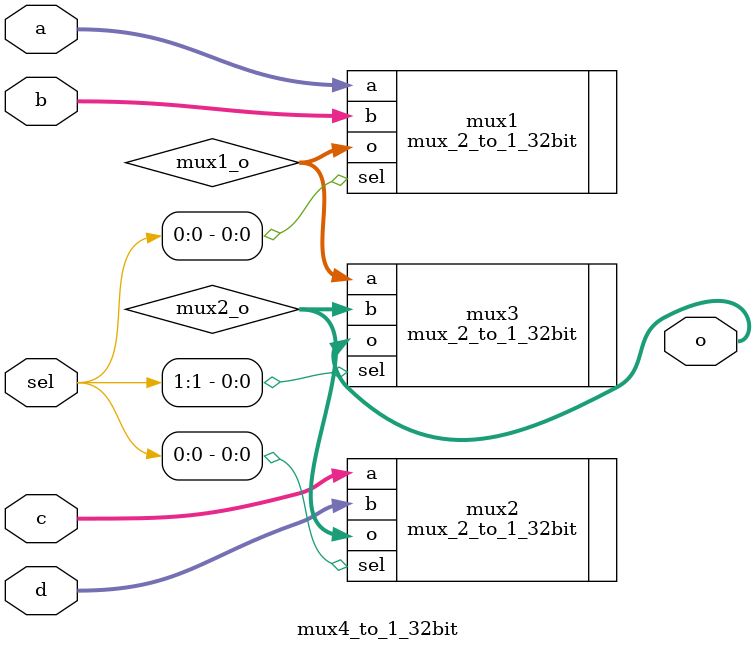
<source format=v>
`timescale 1ns / 1ps
module mux4_to_1_32bit(
	// Inputs
   input [31:0] a,
	input [31:0] b,
	input [31:0] c,
	input [31:0] d,
	input [1:0] sel,
	// Outputs
	
	output [31:0] o
);
	wire [31:0] mux1_o, mux2_o;
	// instantiate the layer 1 2-to-1 muxes
	mux_2_to_1_32bit mux1 (.a(a), .b(b), .sel(sel[0]), .o(mux1_o));
	mux_2_to_1_32bit mux2 (.a(c), .b(d), .sel(sel[0]), .o(mux2_o));

	// instantiate the layer 2 mux
	mux_2_to_1_32bit mux3 (.a(mux1_o), .b(mux2_o), .sel(sel[1]), .o(o));
	
endmodule

</source>
